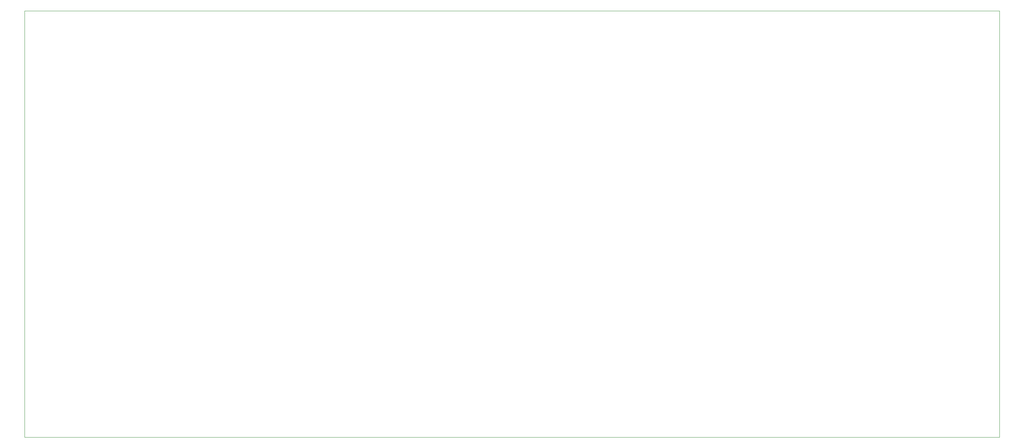
<source format=gbr>
%TF.GenerationSoftware,KiCad,Pcbnew,(6.0.4-0)*%
%TF.CreationDate,2022-09-28T21:01:25-05:00*%
%TF.ProjectId,mongus48,6d6f6e67-7573-4343-982e-6b696361645f,rev?*%
%TF.SameCoordinates,Original*%
%TF.FileFunction,Profile,NP*%
%FSLAX46Y46*%
G04 Gerber Fmt 4.6, Leading zero omitted, Abs format (unit mm)*
G04 Created by KiCad (PCBNEW (6.0.4-0)) date 2022-09-28 21:01:25*
%MOMM*%
%LPD*%
G01*
G04 APERTURE LIST*
%TA.AperFunction,Profile*%
%ADD10C,0.100000*%
%TD*%
G04 APERTURE END LIST*
D10*
X261937500Y-40481250D02*
X33337500Y-40481250D01*
X261937500Y-140493750D02*
X261937500Y-40481250D01*
X33337500Y-140493750D02*
X261937500Y-140493750D01*
X33337500Y-40481250D02*
X33337500Y-140493750D01*
M02*

</source>
